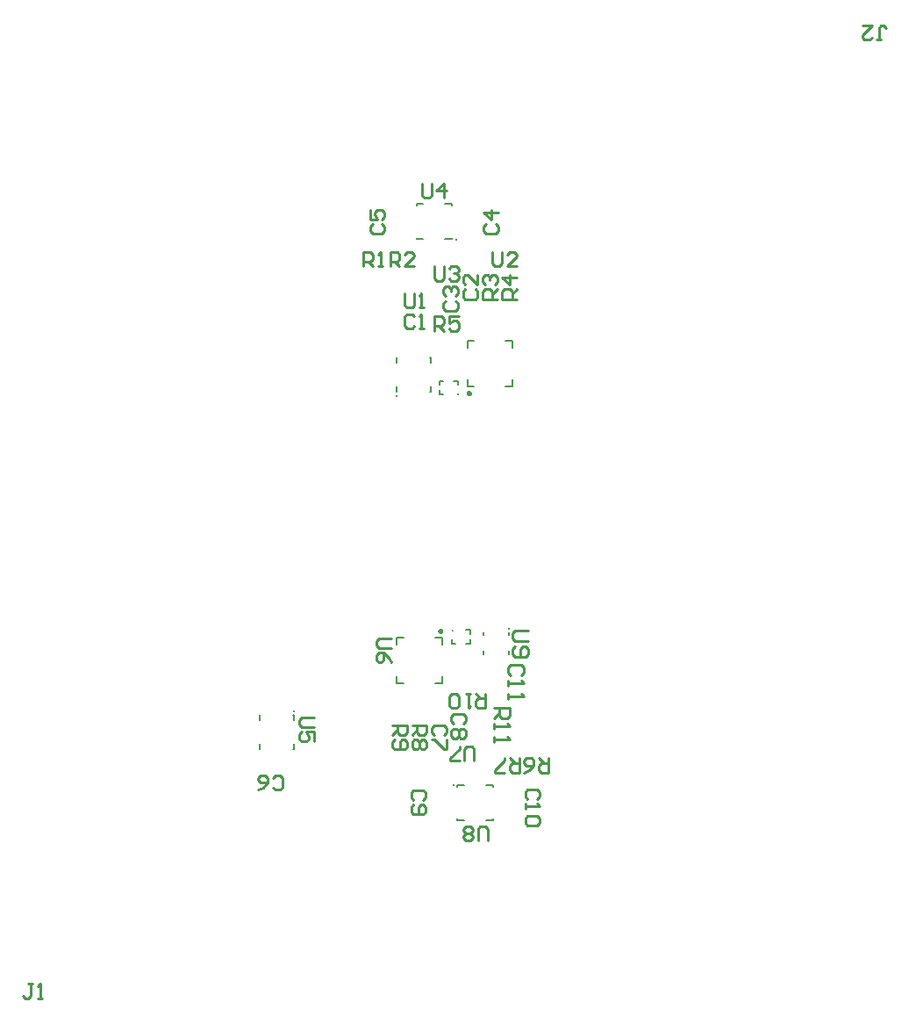
<source format=gbr>
%FSLAX23Y23*%
%MOIN*%
%SFA1B1*%

%IPPOS*%
%ADD46C,0.003940*%
%ADD47C,0.009840*%
%ADD48C,0.007870*%
%ADD49C,0.010000*%
%LNhumflex2_1_legend_top-1*%
%LPD*%
G54D46*
X403Y-244D02*
D01*
X403Y-243*
X403Y-243*
X403Y-243*
X403Y-243*
X403Y-243*
X403Y-243*
X403Y-243*
X403Y-243*
X403Y-242*
X403Y-242*
X402Y-242*
X402Y-242*
X402Y-242*
X402Y-242*
X402Y-242*
X402Y-242*
X402Y-242*
X402Y-242*
X402Y-242*
X401Y-242*
X401Y-242*
X401Y-242*
X401*
X401Y-242*
X401Y-242*
X401Y-242*
X400Y-242*
X400Y-242*
X400Y-242*
X400Y-242*
X400Y-242*
X400Y-242*
X400Y-242*
X400Y-242*
X400Y-242*
X399Y-242*
X399Y-243*
X399Y-243*
X399Y-243*
X399Y-243*
X399Y-243*
X399Y-243*
X399Y-243*
X399Y-243*
X399Y-244*
X399Y-244*
X399Y-244*
X399Y-244*
X399Y-244*
X399Y-244*
X399Y-244*
X399Y-245*
X399Y-245*
X399Y-245*
X400Y-245*
X400Y-245*
X400Y-245*
X400Y-245*
X400Y-245*
X400Y-245*
X400Y-245*
X400Y-245*
X400Y-245*
X401Y-246*
X401Y-246*
X401Y-246*
X401Y-246*
X401*
X401Y-246*
X401Y-246*
X402Y-246*
X402Y-245*
X402Y-245*
X402Y-245*
X402Y-245*
X402Y-245*
X402Y-245*
X402Y-245*
X402Y-245*
X403Y-245*
X403Y-245*
X403Y-245*
X403Y-245*
X403Y-244*
X403Y-244*
X403Y-244*
X403Y-244*
X403Y-244*
X403Y-244*
X403Y-244*
X193Y-840D02*
D01*
X193Y-839*
X193Y-839*
X193Y-839*
X193Y-839*
X193Y-839*
X193Y-839*
X193Y-839*
X193Y-838*
X193Y-838*
X193Y-838*
X193Y-838*
X193Y-838*
X193Y-838*
X193Y-838*
X192Y-838*
X192Y-838*
X192Y-838*
X192Y-838*
X192Y-838*
X192Y-838*
X192Y-838*
X192Y-838*
X191*
X191Y-838*
X191Y-838*
X191Y-838*
X191Y-838*
X191Y-838*
X191Y-838*
X190Y-838*
X190Y-838*
X190Y-838*
X190Y-838*
X190Y-838*
X190Y-838*
X190Y-838*
X190Y-838*
X190Y-839*
X190Y-839*
X190Y-839*
X190Y-839*
X190Y-839*
X189Y-839*
X189Y-839*
X189Y-840*
X189Y-840*
X189Y-840*
X190Y-840*
X190Y-840*
X190Y-840*
X190Y-840*
X190Y-840*
X190Y-841*
X190Y-841*
X190Y-841*
X190Y-841*
X190Y-841*
X190Y-841*
X190Y-841*
X190Y-841*
X191Y-841*
X191Y-841*
X191Y-841*
X191Y-841*
X191Y-841*
X191Y-841*
X191Y-841*
X192*
X192Y-841*
X192Y-841*
X192Y-841*
X192Y-841*
X192Y-841*
X192Y-841*
X192Y-841*
X193Y-841*
X193Y-841*
X193Y-841*
X193Y-841*
X193Y-841*
X193Y-841*
X193Y-841*
X193Y-840*
X193Y-840*
X193Y-840*
X193Y-840*
X193Y-840*
X193Y-840*
X193Y-840*
X193Y-840*
X188Y-252D02*
D01*
X188Y-252*
X187Y-252*
X187Y-252*
X187Y-252*
X187Y-252*
X187Y-252*
X187Y-251*
X187Y-251*
X187Y-251*
X187Y-251*
X187Y-251*
X187Y-251*
X187Y-251*
X187Y-251*
X187Y-251*
X186Y-251*
X186Y-250*
X186Y-250*
X186Y-250*
X186Y-250*
X186Y-250*
X186Y-250*
X185*
X185Y-250*
X185Y-250*
X185Y-250*
X185Y-250*
X185Y-250*
X185Y-251*
X185Y-251*
X184Y-251*
X184Y-251*
X184Y-251*
X184Y-251*
X184Y-251*
X184Y-251*
X184Y-251*
X184Y-251*
X184Y-252*
X184Y-252*
X184Y-252*
X184Y-252*
X184Y-252*
X184Y-252*
X184Y-252*
X184Y-252*
X184Y-253*
X184Y-253*
X184Y-253*
X184Y-253*
X184Y-253*
X184Y-253*
X184Y-253*
X184Y-253*
X184Y-254*
X184Y-254*
X184Y-254*
X184Y-254*
X184Y-254*
X185Y-254*
X185Y-254*
X185Y-254*
X185Y-254*
X185Y-254*
X185Y-254*
X185Y-254*
X185Y-254*
X186*
X186Y-254*
X186Y-254*
X186Y-254*
X186Y-254*
X186Y-254*
X186Y-254*
X187Y-254*
X187Y-254*
X187Y-254*
X187Y-254*
X187Y-254*
X187Y-254*
X187Y-253*
X187Y-253*
X187Y-253*
X187Y-253*
X187Y-253*
X187Y-253*
X187Y-253*
X187Y-253*
X188Y-252*
X188Y-252*
X-414Y-558D02*
D01*
X-414Y-558*
X-414Y-558*
X-414Y-558*
X-414Y-557*
X-414Y-557*
X-414Y-557*
X-414Y-557*
X-414Y-557*
X-414Y-557*
X-414Y-557*
X-414Y-557*
X-415Y-557*
X-415Y-556*
X-415Y-556*
X-415Y-556*
X-415Y-556*
X-415Y-556*
X-415Y-556*
X-415Y-556*
X-415Y-556*
X-416Y-556*
X-416Y-556*
X-416*
X-416Y-556*
X-416Y-556*
X-416Y-556*
X-416Y-556*
X-417Y-556*
X-417Y-556*
X-417Y-556*
X-417Y-556*
X-417Y-556*
X-417Y-557*
X-417Y-557*
X-417Y-557*
X-417Y-557*
X-418Y-557*
X-418Y-557*
X-418Y-557*
X-418Y-557*
X-418Y-557*
X-418Y-558*
X-418Y-558*
X-418Y-558*
X-418Y-558*
X-418Y-558*
X-418Y-558*
X-418Y-558*
X-418Y-559*
X-418Y-559*
X-418Y-559*
X-418Y-559*
X-418Y-559*
X-417Y-559*
X-417Y-559*
X-417Y-559*
X-417Y-559*
X-417Y-560*
X-417Y-560*
X-417Y-560*
X-417Y-560*
X-417Y-560*
X-416Y-560*
X-416Y-560*
X-416Y-560*
X-416Y-560*
X-416Y-560*
X-416*
X-416Y-560*
X-415Y-560*
X-415Y-560*
X-415Y-560*
X-415Y-560*
X-415Y-560*
X-415Y-560*
X-415Y-560*
X-415Y-560*
X-415Y-559*
X-414Y-559*
X-414Y-559*
X-414Y-559*
X-414Y-559*
X-414Y-559*
X-414Y-559*
X-414Y-559*
X-414Y-559*
X-414Y-558*
X-414Y-558*
X-414Y-558*
X-414Y-558*
X202Y1232D02*
D01*
X202Y1232*
X202Y1232*
X202Y1232*
X202Y1232*
X202Y1232*
X202Y1233*
X202Y1233*
X202Y1233*
X202Y1233*
X202Y1233*
X202Y1233*
X202Y1233*
X202Y1233*
X201Y1233*
X201Y1233*
X201Y1234*
X201Y1234*
X201Y1234*
X201Y1234*
X201Y1234*
X200Y1234*
X200Y1234*
X200*
X200Y1234*
X200Y1234*
X200Y1234*
X200Y1234*
X200Y1234*
X199Y1234*
X199Y1233*
X199Y1233*
X199Y1233*
X199Y1233*
X199Y1233*
X199Y1233*
X199Y1233*
X199Y1233*
X199Y1233*
X198Y1233*
X198Y1232*
X198Y1232*
X198Y1232*
X198Y1232*
X198Y1232*
X198Y1232*
X198Y1232*
X198Y1232*
X198Y1231*
X198Y1231*
X198Y1231*
X198Y1231*
X199Y1231*
X199Y1231*
X199Y1231*
X199Y1231*
X199Y1230*
X199Y1230*
X199Y1230*
X199Y1230*
X199Y1230*
X199Y1230*
X200Y1230*
X200Y1230*
X200Y1230*
X200Y1230*
X200Y1230*
X200Y1230*
X200*
X200Y1230*
X201Y1230*
X201Y1230*
X201Y1230*
X201Y1230*
X201Y1230*
X201Y1230*
X201Y1230*
X202Y1230*
X202Y1230*
X202Y1230*
X202Y1231*
X202Y1231*
X202Y1231*
X202Y1231*
X202Y1231*
X202Y1231*
X202Y1231*
X202Y1231*
X202Y1232*
X202Y1232*
X202Y1232*
X208Y645D02*
D01*
X208Y645*
X208Y645*
X208Y645*
X208Y645*
X208Y645*
X208Y645*
X208Y646*
X208Y646*
X208Y646*
X208Y646*
X208Y646*
X208Y646*
X207Y646*
X207Y646*
X207Y646*
X207Y646*
X207Y646*
X207Y646*
X207Y646*
X207Y647*
X206Y647*
X206Y647*
X206*
X206Y647*
X206Y647*
X206Y646*
X206Y646*
X205Y646*
X205Y646*
X205Y646*
X205Y646*
X205Y646*
X205Y646*
X205Y646*
X205Y646*
X205Y646*
X205Y646*
X204Y646*
X204Y645*
X204Y645*
X204Y645*
X204Y645*
X204Y645*
X204Y645*
X204Y645*
X204Y644*
X204Y644*
X204Y644*
X204Y644*
X204Y644*
X204Y644*
X204Y644*
X205Y644*
X205Y643*
X205Y643*
X205Y643*
X205Y643*
X205Y643*
X205Y643*
X205Y643*
X205Y643*
X205Y643*
X206Y643*
X206Y643*
X206Y643*
X206Y643*
X206Y643*
X206*
X206Y643*
X207Y643*
X207Y643*
X207Y643*
X207Y643*
X207Y643*
X207Y643*
X207Y643*
X207Y643*
X208Y643*
X208Y643*
X208Y643*
X208Y643*
X208Y644*
X208Y644*
X208Y644*
X208Y644*
X208Y644*
X208Y644*
X208Y644*
X208Y644*
X208Y645*
X-23Y639D02*
D01*
X-23Y639*
X-23Y640*
X-23Y640*
X-23Y640*
X-23Y640*
X-23Y640*
X-23Y640*
X-23Y640*
X-23Y640*
X-24Y641*
X-24Y641*
X-24Y641*
X-24Y641*
X-24Y641*
X-24Y641*
X-24Y641*
X-24Y641*
X-24Y641*
X-25Y641*
X-25Y641*
X-25Y641*
X-25Y641*
X-25*
X-25Y641*
X-25Y641*
X-26Y641*
X-26Y641*
X-26Y641*
X-26Y641*
X-26Y641*
X-26Y641*
X-26Y641*
X-26Y641*
X-27Y641*
X-27Y641*
X-27Y640*
X-27Y640*
X-27Y640*
X-27Y640*
X-27Y640*
X-27Y640*
X-27Y640*
X-27Y640*
X-27Y639*
X-27Y639*
X-27Y639*
X-27Y639*
X-27Y639*
X-27Y639*
X-27Y639*
X-27Y638*
X-27Y638*
X-27Y638*
X-27Y638*
X-27Y638*
X-27Y638*
X-26Y638*
X-26Y638*
X-26Y638*
X-26Y638*
X-26Y637*
X-26Y637*
X-26Y637*
X-26Y637*
X-25Y637*
X-25Y637*
X-25Y637*
X-25*
X-25Y637*
X-25Y637*
X-25Y637*
X-24Y637*
X-24Y637*
X-24Y637*
X-24Y638*
X-24Y638*
X-24Y638*
X-24Y638*
X-24Y638*
X-24Y638*
X-23Y638*
X-23Y638*
X-23Y638*
X-23Y638*
X-23Y639*
X-23Y639*
X-23Y639*
X-23Y639*
X-23Y639*
X-23Y639*
G54D47*
X147Y-255D02*
D01*
X147Y-255*
X147Y-254*
X147Y-254*
X147Y-254*
X147Y-253*
X147Y-253*
X147Y-253*
X146Y-252*
X146Y-252*
X146Y-252*
X146Y-251*
X146Y-251*
X145Y-251*
X145Y-251*
X145Y-251*
X144Y-250*
X144Y-250*
X144Y-250*
X143Y-250*
X143Y-250*
X143Y-250*
X142Y-250*
X142*
X142Y-250*
X141Y-250*
X141Y-250*
X141Y-250*
X140Y-250*
X140Y-250*
X140Y-251*
X139Y-251*
X139Y-251*
X139Y-251*
X139Y-251*
X138Y-252*
X138Y-252*
X138Y-252*
X138Y-253*
X138Y-253*
X138Y-253*
X138Y-254*
X137Y-254*
X137Y-254*
X137Y-255*
X137Y-255*
X137Y-255*
X137Y-256*
X137Y-256*
X138Y-256*
X138Y-257*
X138Y-257*
X138Y-257*
X138Y-257*
X138Y-258*
X138Y-258*
X139Y-258*
X139Y-259*
X139Y-259*
X139Y-259*
X140Y-259*
X140Y-259*
X140Y-259*
X141Y-260*
X141Y-260*
X141Y-260*
X142Y-260*
X142Y-260*
X142*
X143Y-260*
X143Y-260*
X143Y-260*
X144Y-260*
X144Y-259*
X144Y-259*
X145Y-259*
X145Y-259*
X145Y-259*
X146Y-259*
X146Y-258*
X146Y-258*
X146Y-258*
X146Y-257*
X147Y-257*
X147Y-257*
X147Y-257*
X147Y-256*
X147Y-256*
X147Y-256*
X147Y-255*
X147Y-255*
X254Y647D02*
D01*
X254Y647*
X254Y648*
X254Y648*
X254Y648*
X254Y649*
X254Y649*
X254Y649*
X254Y650*
X253Y650*
X253Y650*
X253Y651*
X253Y651*
X253Y651*
X252Y651*
X252Y651*
X252Y652*
X251Y652*
X251Y652*
X251Y652*
X250Y652*
X250Y652*
X250Y652*
X249*
X249Y652*
X249Y652*
X248Y652*
X248Y652*
X248Y652*
X247Y652*
X247Y651*
X247Y651*
X246Y651*
X246Y651*
X246Y651*
X246Y650*
X246Y650*
X245Y650*
X245Y649*
X245Y649*
X245Y649*
X245Y648*
X245Y648*
X245Y648*
X245Y647*
X245Y647*
X245Y647*
X245Y646*
X245Y646*
X245Y646*
X245Y645*
X245Y645*
X245Y645*
X245Y645*
X246Y644*
X246Y644*
X246Y644*
X246Y643*
X246Y643*
X247Y643*
X247Y643*
X247Y643*
X248Y643*
X248Y642*
X248Y642*
X249Y642*
X249Y642*
X249Y642*
X250*
X250Y642*
X250Y642*
X251Y642*
X251Y642*
X251Y643*
X252Y643*
X252Y643*
X252Y643*
X253Y643*
X253Y643*
X253Y644*
X253Y644*
X253Y644*
X254Y645*
X254Y645*
X254Y645*
X254Y645*
X254Y646*
X254Y646*
X254Y646*
X254Y647*
X254Y647*
G54D48*
X401Y-271D02*
Y-259D01*
Y-342D02*
Y-330D01*
X307Y-271D02*
Y-259D01*
Y-342D02*
Y-330D01*
X315Y-973D02*
X341D01*
X207D02*
X233D01*
X315Y-840D02*
X341D01*
X207D02*
X233D01*
X341Y-973D02*
Y-967D01*
Y-845D02*
Y-840D01*
X207Y-973D02*
Y-967D01*
Y-845D02*
Y-840D01*
X184Y-302D02*
Y-287D01*
Y-302D02*
X200D01*
X238Y-303D02*
X254D01*
Y-287*
X254Y-266D02*
Y-250D01*
X238D02*
X254D01*
X-24Y-307D02*
Y-280D01*
X1*
X-24Y-454D02*
Y-427D01*
Y-454D02*
X1D01*
X122D02*
X148D01*
Y-427*
Y-307D02*
Y-280D01*
X122D02*
X148D01*
X-418Y-574D02*
X-416D01*
X-546D02*
X-544D01*
X-418Y-704D02*
X-416D01*
X-546D02*
X-544D01*
X-416Y-594D02*
Y-574D01*
Y-704D02*
Y-684D01*
X-546Y-594D02*
Y-574D01*
Y-704D02*
Y-684D01*
X51Y1366D02*
X76D01*
X159D02*
X185D01*
X51Y1232D02*
X76D01*
X159D02*
X185D01*
X51Y1360D02*
Y1366D01*
Y1232D02*
Y1238D01*
X185Y1360D02*
Y1366D01*
Y1232D02*
Y1238D01*
X208Y679D02*
Y695D01*
X192D02*
X208D01*
X138Y695D02*
X153D01*
X138Y679D02*
Y695D01*
X138Y643D02*
Y659D01*
Y643D02*
X153D01*
X417Y673D02*
Y699D01*
X390Y673D02*
X417D01*
Y819D02*
Y846D01*
X390D02*
X417D01*
X244D02*
X270D01*
X244Y819D02*
Y846D01*
Y673D02*
Y699D01*
Y673D02*
X270D01*
X-25Y655D02*
X-23D01*
X102D02*
X104D01*
X-25Y785D02*
X-23D01*
X102D02*
X104D01*
X-25Y655D02*
Y675D01*
Y765D02*
Y785D01*
X104Y655D02*
Y675D01*
Y765D02*
Y785D01*
G54D49*
X43Y939D02*
X34Y948D01*
X15*
X6Y939*
Y902*
X15Y893*
X34*
X43Y902*
X61Y893D02*
X80D01*
X70*
Y948*
X61Y939*
X237Y1042D02*
X228Y1032D01*
Y1014*
X237Y1005*
X274*
X283Y1014*
Y1032*
X274Y1042*
X283Y1097D02*
Y1060D01*
X246Y1097*
X237*
X228Y1087*
Y1069*
X237Y1060*
X316Y1290D02*
X307Y1280D01*
Y1262*
X316Y1253*
X353*
X362Y1262*
Y1280*
X353Y1290*
X362Y1335D02*
X307D01*
X334Y1308*
Y1345*
X-116Y1290D02*
X-125Y1280D01*
Y1262*
X-116Y1253*
X-80*
X-70Y1262*
Y1280*
X-80Y1290*
X-125Y1345D02*
Y1308D01*
X-98*
X-107Y1326*
Y1335*
X-98Y1345*
X-80*
X-70Y1335*
Y1317*
X-80Y1308*
X162Y998D02*
X153Y989D01*
Y971*
X162Y961*
X199*
X208Y971*
Y989*
X199Y998*
X162Y1017D02*
X153Y1026D01*
Y1044*
X162Y1053*
X171*
X181Y1044*
Y1035*
Y1044*
X190Y1053*
X199*
X208Y1044*
Y1026*
X199Y1017*
X-1407Y-1594D02*
X-1425D01*
X-1416*
Y-1640*
X-1425Y-1649*
X-1435*
X-1444Y-1640*
X-1389Y-1649D02*
X-1370D01*
X-1379*
Y-1594*
X-1389Y-1603*
X-150Y1129D02*
Y1185D01*
X-123*
X-114Y1175*
Y1157*
X-123Y1148*
X-150*
X-132D02*
X-114Y1129D01*
X-95D02*
X-77D01*
X-86*
Y1185*
X-95Y1175*
X-49Y1129D02*
Y1185D01*
X-22*
X-13Y1175*
Y1157*
X-22Y1148*
X-49*
X-31D02*
X-13Y1129D01*
X41D02*
X5D01*
X41Y1166*
Y1175*
X32Y1185*
X14*
X5Y1175*
X358Y1005D02*
X303D01*
Y1032*
X312Y1042*
X330*
X339Y1032*
Y1005*
Y1023D02*
X358Y1042D01*
X312Y1060D02*
X303Y1069D01*
Y1087*
X312Y1097*
X321*
X330Y1087*
Y1078*
Y1087*
X339Y1097*
X349*
X358Y1087*
Y1069*
X349Y1060*
X433Y1005D02*
X377D01*
Y1032*
X387Y1042*
X405*
X414Y1032*
Y1005*
Y1023D02*
X433Y1042D01*
Y1087D02*
X377D01*
X405Y1060*
Y1097*
X119Y885D02*
Y940D01*
X146*
X156Y931*
Y913*
X146Y904*
X119*
X137D02*
X156Y885D01*
X211Y940D02*
X174D01*
Y913*
X192Y922*
X202*
X211Y913*
Y895*
X202Y885*
X183*
X174Y895*
X6Y1027D02*
Y981D01*
X15Y972*
X34*
X43Y981*
Y1027*
X61Y972D02*
X80D01*
X70*
Y1027*
X61Y1018*
X339Y1185D02*
Y1139D01*
X349Y1129*
X367*
X376Y1139*
Y1185*
X431Y1129D02*
X395D01*
X431Y1166*
Y1175*
X422Y1185*
X404*
X395Y1175*
X119Y1129D02*
Y1083D01*
X128Y1074*
X146*
X156Y1083*
Y1129*
X174Y1120D02*
X183Y1129D01*
X202*
X211Y1120*
Y1111*
X202Y1102*
X192*
X202*
X211Y1093*
Y1083*
X202Y1074*
X183*
X174Y1083*
X72Y1444D02*
Y1398D01*
X81Y1389*
X99*
X108Y1398*
Y1444*
X154Y1389D02*
Y1444D01*
X127Y1417*
X164*
X321Y-1051D02*
Y-1005D01*
X312Y-996*
X293*
X284Y-1005*
Y-1051*
X266Y-1041D02*
X257Y-1051D01*
X238*
X229Y-1041*
Y-1032*
X238Y-1023*
X229Y-1014*
Y-1005*
X238Y-996*
X257*
X266Y-1005*
Y-1014*
X257Y-1023*
X266Y-1032*
Y-1041*
X257Y-1023D02*
X238D01*
X270Y-748D02*
Y-702D01*
X261Y-692*
X242*
X233Y-702*
Y-748*
X215D02*
X178D01*
Y-738*
X215Y-702*
Y-692*
X-46Y-282D02*
X-92D01*
X-101Y-292*
Y-310*
X-92Y-319*
X-46*
Y-374D02*
X-55Y-356D01*
X-73Y-337*
X-92*
X-101Y-347*
Y-365*
X-92Y-374*
X-83*
X-73Y-365*
Y-337*
X-339Y-583D02*
X-385D01*
X-394Y-592*
Y-610*
X-385Y-619*
X-339*
Y-674D02*
Y-638D01*
X-367*
X-357Y-656*
Y-665*
X-367Y-674*
X-385*
X-394Y-665*
Y-647*
X-385Y-638*
X312Y-493D02*
Y-548D01*
X285*
X276Y-539*
Y-520*
X285Y-511*
X312*
X294D02*
X276Y-493D01*
X257D02*
X239D01*
X248*
Y-548*
X257Y-539*
X211D02*
X202Y-548D01*
X184*
X175Y-539*
Y-502*
X184Y-493*
X202*
X211Y-502*
Y-539*
X-40Y-613D02*
X14D01*
Y-640*
X5Y-649*
X-12*
X-21Y-640*
Y-613*
Y-631D02*
X-40Y-649D01*
X-31Y-668D02*
X-40Y-677D01*
Y-695*
X-31Y-704*
X5*
X14Y-695*
Y-677*
X5Y-668*
X-3*
X-12Y-677*
Y-704*
X34Y-613D02*
X89D01*
Y-640*
X80Y-649*
X62*
X52Y-640*
Y-613*
Y-631D02*
X34Y-649D01*
X80Y-668D02*
X89Y-677D01*
Y-695*
X80Y-704*
X71*
X62Y-695*
X52Y-704*
X43*
X34Y-695*
Y-677*
X43Y-668*
X52*
X62Y-677*
X71Y-668*
X80*
X62Y-677D02*
Y-695D01*
X442Y-737D02*
Y-792D01*
X415*
X405Y-783*
Y-765*
X415Y-756*
X442*
X424D02*
X405Y-737D01*
X387Y-792D02*
X350D01*
Y-783*
X387Y-746*
Y-737*
X552D02*
Y-792D01*
X525*
X516Y-783*
Y-765*
X525Y-756*
X552*
X534D02*
X516Y-737D01*
X460Y-792D02*
X479Y-783D01*
X497Y-765*
Y-746*
X488Y-737*
X470*
X460Y-746*
Y-756*
X470Y-765*
X497*
X1799Y1989D02*
X1817D01*
X1808*
Y2035*
X1817Y2044*
X1827*
X1836Y2035*
X1744Y2044D02*
X1781D01*
X1744Y2008*
Y1998*
X1753Y1989*
X1771*
X1781Y1998*
X229Y-607D02*
X239Y-598D01*
Y-579*
X229Y-570*
X193*
X183Y-579*
Y-598*
X193Y-607*
X229Y-625D02*
X239Y-634D01*
Y-653*
X229Y-662*
X220*
X211Y-653*
X202Y-662*
X193*
X183Y-653*
Y-634*
X193Y-625*
X202*
X211Y-634*
X220Y-625*
X229*
X211Y-634D02*
Y-653D01*
X510Y-893D02*
X519Y-883D01*
Y-865*
X510Y-856*
X473*
X464Y-865*
Y-883*
X473Y-893*
X464Y-911D02*
Y-929D01*
Y-920*
X519*
X510Y-911*
Y-957D02*
X519Y-966D01*
Y-984*
X510Y-994*
X473*
X464Y-984*
Y-966*
X473Y-957*
X510*
X77Y-896D02*
X86Y-887D01*
Y-868*
X77Y-859*
X40*
X31Y-868*
Y-887*
X40Y-896*
Y-914D02*
X31Y-923D01*
Y-942*
X40Y-951*
X77*
X86Y-942*
Y-923*
X77Y-914*
X68*
X59Y-923*
Y-951*
X155Y-649D02*
X164Y-640D01*
Y-622*
X155Y-613*
X118*
X109Y-622*
Y-640*
X118Y-649*
X164Y-668D02*
Y-704D01*
X155*
X118Y-668*
X109*
X-495Y-849D02*
X-486Y-858D01*
X-468*
X-459Y-849*
Y-812*
X-468Y-803*
X-486*
X-495Y-812*
X-550Y-858D02*
X-532Y-849D01*
X-514Y-830*
Y-812*
X-523Y-803*
X-541*
X-550Y-812*
Y-821*
X-541Y-830*
X-514*
X448Y-423D02*
X458Y-413D01*
Y-393*
X448Y-383*
X408*
X398Y-393*
Y-413*
X408Y-423*
X398Y-443D02*
Y-463D01*
Y-453*
X458*
X448Y-443*
X398Y-493D02*
Y-513D01*
Y-503*
X458*
X448Y-493*
X476Y-252D02*
X426D01*
X416Y-262*
Y-282*
X426Y-292*
X476*
X426Y-312D02*
X416Y-322D01*
Y-342*
X426Y-352*
X466*
X476Y-342*
Y-322*
X466Y-312*
X456*
X446Y-322*
Y-352*
X344Y-545D02*
X404D01*
Y-575*
X394Y-585*
X374*
X364Y-575*
Y-545*
Y-565D02*
X344Y-585D01*
Y-605D02*
Y-625D01*
Y-615*
X404*
X394Y-605*
X344Y-655D02*
Y-675D01*
Y-665*
X404*
X394Y-655*
M02*
</source>
